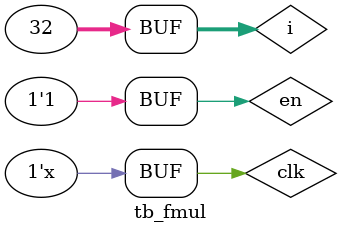
<source format=v>
`timescale 1ns / 1ps

module my_fusedmult #(
    parameter BITWIDTH = 32
)
(
    input [BITWIDTH-1:0] ain,
    input [BITWIDTH-1:0] bin,
    input en,
    input clk,
    output [2*BITWIDTH-1:0] dout
);
/* IMPLEMENT HERE! */
    reg [2*BITWIDTH-1:0] tmp;
     always @(posedge clk) begin
        case(en)
            1'b0: tmp <= 32'b0;
            1'b1: tmp <= tmp + ain * bin;
        endcase
    end
    assign dout = tmp;
endmodule

module tb_fmul();
    parameter BITWIDTH = 32;
    
    reg [BITWIDTH-1:0] ain;
    reg [BITWIDTH-1:0] bin;
    reg clk;
    reg en;
    wire [2*BITWIDTH-1:0] dout;
    
    integer i;
    
    always #5 clk = ~clk;
    
    initial begin
        clk <= 0;
        en <= 0;
        #30;
        en <= 1;
        for(i = 0; i < 32; i = i + 1) begin
            ain = $urandom%(2**31);
            bin = $urandom%(2**31);
            #10;
        end
    end
    
    my_fusedmult #(BITWIDTH) MY_FMUL(
        .ain(ain),
        .bin(bin),
        .clk(clk),
        .en(en),
        .dout(dout)
    );
    
endmodule

</source>
